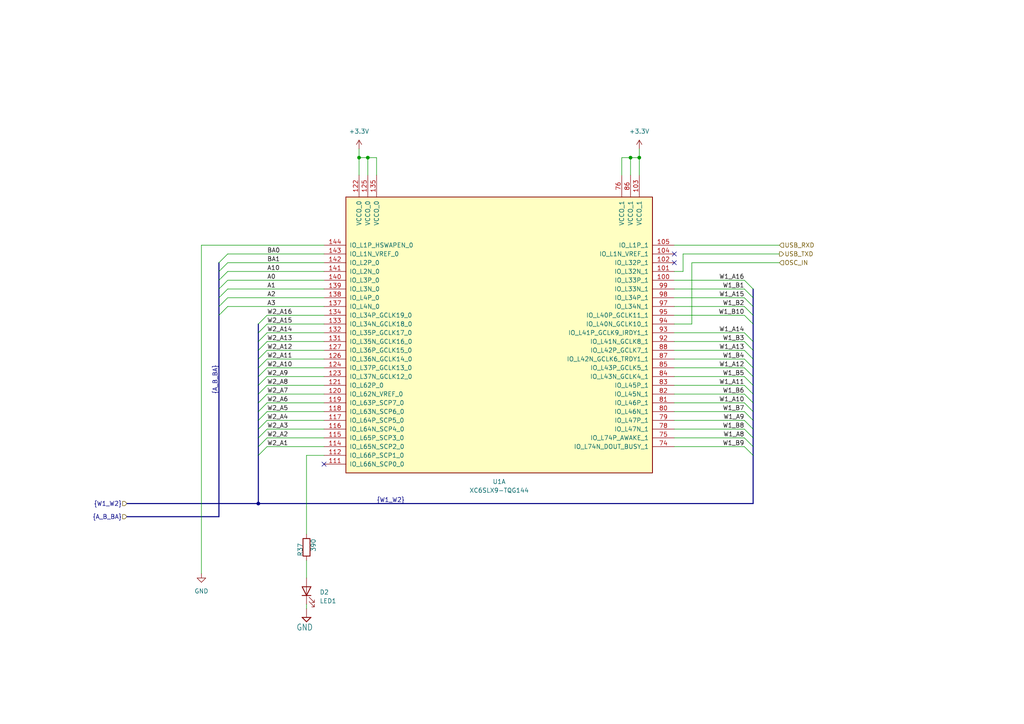
<source format=kicad_sch>
(kicad_sch (version 20230121) (generator eeschema)
  (paper "A4")
  (lib_symbols
    (symbol "BPC3010_Papilio_Pro-eagle-import:supply2_GND" (power)
      (property "Value" "supply2_GND" (at -1.905 -3.175 0))
      (symbol "supply2_GND_1_0"
        (polyline (pts (xy -1.27 0) (xy 1.27 0)) (stroke (width 0.254)))
        (polyline (pts (xy 0 -1.27) (xy -1.27 0)) (stroke (width 0.254)))
        (polyline (pts (xy 1.27 0) (xy 0 -1.27)) (stroke (width 0.254)))
        (pin power_in line (at 0 2.54 270) (length 2.54) (name "GND") (number "1"))
      )
    )
    (symbol "Device:LED" (pin_numbers hide) (pin_names (offset 1.016) hide)
      (property "Reference" "D" (at 0 2.54 0))
      (property "Value" "LED" (at 0 -2.54 0))
      (symbol "LED_0_1"
        (polyline (pts (xy -1.27 -1.27) (xy -1.27 1.27)) (stroke (width 0.254)))
        (polyline (pts (xy -1.27 0) (xy 1.27 0)))
        (polyline (pts (xy 1.27 -1.27) (xy 1.27 1.27) (xy -1.27 0) (xy 1.27 -1.27)) (stroke (width 0.254)))
        (polyline (pts (xy -3.048 -0.762) (xy -4.572 -2.286) (xy -3.81 -2.286) (xy -4.572 -2.286) (xy -4.572 -1.524)))
        (polyline (pts (xy -1.778 -0.762) (xy -3.302 -2.286) (xy -2.54 -2.286) (xy -3.302 -2.286) (xy -3.302 -1.524)))
      )
      (symbol "LED_1_1"
        (pin passive line (at -3.81 0 0) (length 2.54) (name "K") (number "1"))
        (pin passive line (at 3.81 0 180) (length 2.54) (name "A") (number "2"))
      )
    )
    (symbol "Device:R" (pin_numbers hide) (pin_names (offset 0))
      (property "Reference" "R" (at 2.032 0 90))
      (property "Value" "R" (at 0 0 90))
      (symbol "R_0_1"
        (rectangle (start -1.016 -2.54) (end 1.016 2.54) (stroke (width 0.254)))
      )
      (symbol "R_1_1"
        (pin passive line (at 0 3.81 270) (length 1.27) (name "~") (number "1"))
        (pin passive line (at 0 -3.81 90) (length 1.27) (name "~") (number "2"))
      )
    )
    (symbol "FPGA_Xilinx_Spartan6:XC6SLX4-TQG144" (pin_names (offset 1.016))
      (property "Reference" "U" (at 0 1.27 0))
      (property "Value" "XC6SLX4-TQG144" (at 0 -1.27 0))
      (symbol "XC6SLX4-TQG144_1_1"
        (rectangle (start -44.45 36.83) (end 44.45 -43.18) (stroke (width 0.254)) (fill (type background)))
        (pin bidirectional line (at 50.8 12.7 180) (length 6.35) (name "IO_L33P_1") (number "100"))
        (pin bidirectional line (at 50.8 15.24 180) (length 6.35) (name "IO_L32N_1") (number "101"))
        (pin bidirectional line (at 50.8 17.78 180) (length 6.35) (name "IO_L32P_1") (number "102"))
        (pin power_in line (at 40.64 43.18 270) (length 6.35) (name "VCCO_1") (number "103"))
        (pin bidirectional line (at 50.8 20.32 180) (length 6.35) (name "IO_L1N_VREF_1") (number "104"))
        (pin bidirectional line (at 50.8 22.86 180) (length 6.35) (name "IO_L1P_1") (number "105"))
        (pin bidirectional line (at -50.8 -40.64 0) (length 6.35) (name "IO_L66N_SCP0_0") (number "111"))
        (pin bidirectional line (at -50.8 -38.1 0) (length 6.35) (name "IO_L66P_SCP1_0") (number "112"))
        (pin bidirectional line (at -50.8 -35.56 0) (length 6.35) (name "IO_L65N_SCP2_0") (number "114"))
        (pin bidirectional line (at -50.8 -33.02 0) (length 6.35) (name "IO_L65P_SCP3_0") (number "115"))
        (pin bidirectional line (at -50.8 -30.48 0) (length 6.35) (name "IO_L64N_SCP4_0") (number "116"))
        (pin bidirectional line (at -50.8 -27.94 0) (length 6.35) (name "IO_L64P_SCP5_0") (number "117"))
        (pin bidirectional line (at -50.8 -25.4 0) (length 6.35) (name "IO_L63N_SCP6_0") (number "118"))
        (pin bidirectional line (at -50.8 -22.86 0) (length 6.35) (name "IO_L63P_SCP7_0") (number "119"))
        (pin bidirectional line (at -50.8 -20.32 0) (length 6.35) (name "IO_L62N_VREF_0") (number "120"))
        (pin bidirectional line (at -50.8 -17.78 0) (length 6.35) (name "IO_L62P_0") (number "121"))
        (pin power_in line (at -40.64 43.18 270) (length 6.35) (name "VCCO_0") (number "122"))
        (pin bidirectional line (at -50.8 -15.24 0) (length 6.35) (name "IO_L37N_GCLK12_0") (number "123"))
        (pin bidirectional line (at -50.8 -12.7 0) (length 6.35) (name "IO_L37P_GCLK13_0") (number "124"))
        (pin power_in line (at -38.1 43.18 270) (length 6.35) (name "VCCO_0") (number "125"))
        (pin bidirectional line (at -50.8 -10.16 0) (length 6.35) (name "IO_L36N_GCLK14_0") (number "126"))
        (pin bidirectional line (at -50.8 -7.62 0) (length 6.35) (name "IO_L36P_GCLK15_0") (number "127"))
        (pin bidirectional line (at -50.8 -5.08 0) (length 6.35) (name "IO_L35N_GCLK16_0") (number "131"))
        (pin bidirectional line (at -50.8 -2.54 0) (length 6.35) (name "IO_L35P_GCLK17_0") (number "132"))
        (pin bidirectional line (at -50.8 0 0) (length 6.35) (name "IO_L34N_GCLK18_0") (number "133"))
        (pin bidirectional line (at -50.8 2.54 0) (length 6.35) (name "IO_L34P_GCLK19_0") (number "134"))
        (pin power_in line (at -35.56 43.18 270) (length 6.35) (name "VCCO_0") (number "135"))
        (pin bidirectional line (at -50.8 5.08 0) (length 6.35) (name "IO_L4N_0") (number "137"))
        (pin bidirectional line (at -50.8 7.62 0) (length 6.35) (name "IO_L4P_0") (number "138"))
        (pin bidirectional line (at -50.8 10.16 0) (length 6.35) (name "IO_L3N_0") (number "139"))
        (pin bidirectional line (at -50.8 12.7 0) (length 6.35) (name "IO_L3P_0") (number "140"))
        (pin bidirectional line (at -50.8 15.24 0) (length 6.35) (name "IO_L2N_0") (number "141"))
        (pin bidirectional line (at -50.8 17.78 0) (length 6.35) (name "IO_L2P_0") (number "142"))
        (pin bidirectional line (at -50.8 20.32 0) (length 6.35) (name "IO_L1N_VREF_0") (number "143"))
        (pin bidirectional line (at -50.8 22.86 0) (length 6.35) (name "IO_L1P_HSWAPEN_0") (number "144"))
        (pin bidirectional line (at 50.8 -35.56 180) (length 6.35) (name "IO_L74N_DOUT_BUSY_1") (number "74"))
        (pin bidirectional line (at 50.8 -33.02 180) (length 6.35) (name "IO_L74P_AWAKE_1") (number "75"))
        (pin power_in line (at 35.56 43.18 270) (length 6.35) (name "VCCO_1") (number "76"))
        (pin bidirectional line (at 50.8 -30.48 180) (length 6.35) (name "IO_L47N_1") (number "78"))
        (pin bidirectional line (at 50.8 -27.94 180) (length 6.35) (name "IO_L47P_1") (number "79"))
        (pin bidirectional line (at 50.8 -25.4 180) (length 6.35) (name "IO_L46N_1") (number "80"))
        (pin bidirectional line (at 50.8 -22.86 180) (length 6.35) (name "IO_L46P_1") (number "81"))
        (pin bidirectional line (at 50.8 -20.32 180) (length 6.35) (name "IO_L45N_1") (number "82"))
        (pin bidirectional line (at 50.8 -17.78 180) (length 6.35) (name "IO_L45P_1") (number "83"))
        (pin bidirectional line (at 50.8 -15.24 180) (length 6.35) (name "IO_L43N_GCLK4_1") (number "84"))
        (pin bidirectional line (at 50.8 -12.7 180) (length 6.35) (name "IO_L43P_GCLK5_1") (number "85"))
        (pin power_in line (at 38.1 43.18 270) (length 6.35) (name "VCCO_1") (number "86"))
        (pin bidirectional line (at 50.8 -10.16 180) (length 6.35) (name "IO_L42N_GCLK6_TRDY1_1") (number "87"))
        (pin bidirectional line (at 50.8 -7.62 180) (length 6.35) (name "IO_L42P_GCLK7_1") (number "88"))
        (pin bidirectional line (at 50.8 -5.08 180) (length 6.35) (name "IO_L41N_GCLK8_1") (number "92"))
        (pin bidirectional line (at 50.8 -2.54 180) (length 6.35) (name "IO_L41P_GCLK9_IRDY1_1") (number "93"))
        (pin bidirectional line (at 50.8 0 180) (length 6.35) (name "IO_L40N_GCLK10_1") (number "94"))
        (pin bidirectional line (at 50.8 2.54 180) (length 6.35) (name "IO_L40P_GCLK11_1") (number "95"))
        (pin bidirectional line (at 50.8 5.08 180) (length 6.35) (name "IO_L34N_1") (number "97"))
        (pin bidirectional line (at 50.8 7.62 180) (length 6.35) (name "IO_L34P_1") (number "98"))
        (pin bidirectional line (at 50.8 10.16 180) (length 6.35) (name "IO_L33N_1") (number "99"))
      )
      (symbol "XC6SLX4-TQG144_2_1"
        (rectangle (start -44.45 36.83) (end 44.45 -43.18) (stroke (width 0.254)) (fill (type background)))
        (pin bidirectional line (at 50.8 -40.64 180) (length 6.35) (name "IO_L83N_VREF_3") (number "1"))
        (pin bidirectional line (at 50.8 -22.86 180) (length 6.35) (name "IO_L50P_3") (number "10"))
        (pin bidirectional line (at 50.8 -20.32 180) (length 6.35) (name "IO_L49N_3") (number "11"))
        (pin bidirectional line (at 50.8 -17.78 180) (length 6.35) (name "IO_L49P_3") (number "12"))
        (pin bidirectional line (at 50.8 -15.24 180) (length 6.35) (name "IO_L44N_GCLK20_3") (number "14"))
        (pin bidirectional line (at 50.8 -12.7 180) (length 6.35) (name "IO_L44P_GCLK21_3") (number "15"))
        (pin bidirectional line (at 50.8 -10.16 180) (length 6.35) (name "IO_L43N_GCLK22_IRDY2_3") (number "16"))
        (pin bidirectional line (at 50.8 -7.62 180) (length 6.35) (name "IO_L43P_GCLK23_3") (number "17"))
        (pin power_in line (at 38.1 43.18 270) (length 6.35) (name "VCCO_3") (number "18"))
        (pin bidirectional line (at 50.8 -38.1 180) (length 6.35) (name "IO_L83P_3") (number "2"))
        (pin bidirectional line (at 50.8 -5.08 180) (length 6.35) (name "IO_L42N_GCLK24_3") (number "21"))
        (pin bidirectional line (at 50.8 -2.54 180) (length 6.35) (name "IO_L42P_GCLK25_TRDY2_3") (number "22"))
        (pin bidirectional line (at 50.8 0 180) (length 6.35) (name "IO_L41N_GCLK26_3") (number "23"))
        (pin bidirectional line (at 50.8 2.54 180) (length 6.35) (name "IO_L41P_GCLK27_3") (number "24"))
        (pin bidirectional line (at 50.8 5.08 180) (length 6.35) (name "IO_L37N_3") (number "26"))
        (pin bidirectional line (at 50.8 7.62 180) (length 6.35) (name "IO_L37P_3") (number "27"))
        (pin bidirectional line (at 50.8 10.16 180) (length 6.35) (name "IO_L36N_3") (number "29"))
        (pin bidirectional line (at 50.8 12.7 180) (length 6.35) (name "IO_L36P_3") (number "30"))
        (pin power_in line (at 40.64 43.18 270) (length 6.35) (name "VCCO_3") (number "31"))
        (pin bidirectional line (at 50.8 15.24 180) (length 6.35) (name "IO_L2N_3") (number "32"))
        (pin bidirectional line (at 50.8 17.78 180) (length 6.35) (name "IO_L2P_3") (number "33"))
        (pin bidirectional line (at 50.8 20.32 180) (length 6.35) (name "IO_L1N_VREF_3") (number "34"))
        (pin bidirectional line (at 50.8 22.86 180) (length 6.35) (name "IO_L1P_3") (number "35"))
        (pin bidirectional line (at -50.8 -40.64 0) (length 6.35) (name "IO_L65N_CSO_B_2") (number "38"))
        (pin bidirectional line (at -50.8 -38.1 0) (length 6.35) (name "IO_L65P_INIT_B_2") (number "39"))
        (pin power_in line (at 35.56 43.18 270) (length 6.35) (name "VCCO_3") (number "4"))
        (pin bidirectional line (at -50.8 -35.56 0) (length 6.35) (name "IO_L64N_D9_2") (number "40"))
        (pin bidirectional line (at -50.8 -33.02 0) (length 6.35) (name "IO_L64P_D8_2") (number "41"))
        (pin power_in line (at -40.64 43.18 270) (length 6.35) (name "VCCO_2") (number "42"))
        (pin bidirectional line (at -50.8 -30.48 0) (length 6.35) (name "IO_L62N_D6_2") (number "43"))
        (pin bidirectional line (at -50.8 -27.94 0) (length 6.35) (name "IO_L62P_D5_2") (number "44"))
        (pin bidirectional line (at -50.8 -25.4 0) (length 6.35) (name "IO_L49N_D4_2") (number "45"))
        (pin bidirectional line (at -50.8 -22.86 0) (length 6.35) (name "IO_L49P_D3_2") (number "46"))
        (pin bidirectional line (at -50.8 -20.32 0) (length 6.35) (name "IO_L48N_RDWR_B_VREF_2") (number "47"))
        (pin bidirectional line (at -50.8 -17.78 0) (length 6.35) (name "IO_L48P_D7_2") (number "48"))
        (pin bidirectional line (at 50.8 -35.56 180) (length 6.35) (name "IO_L52N_3") (number "5"))
        (pin bidirectional line (at -50.8 -15.24 0) (length 6.35) (name "IO_L31N_GCLK30_D15_2") (number "50"))
        (pin bidirectional line (at -50.8 -12.7 0) (length 6.35) (name "IO_L31P_GCLK31_D14_2") (number "51"))
        (pin bidirectional line (at -50.8 -10.16 0) (length 6.35) (name "IO_L30N_GCLK0_USERCCLK_2") (number "55"))
        (pin bidirectional line (at -50.8 -7.62 0) (length 6.35) (name "IO_L30P_GCLK1_D13_2") (number "56"))
        (pin bidirectional line (at -50.8 -5.08 0) (length 6.35) (name "IO_L14N_D12_2") (number "57"))
        (pin bidirectional line (at -50.8 -2.54 0) (length 6.35) (name "IO_L14P_D11_2") (number "58"))
        (pin bidirectional line (at -50.8 0 0) (length 6.35) (name "IO_L13N_D10_2") (number "59"))
        (pin bidirectional line (at 50.8 -33.02 180) (length 6.35) (name "IO_L52P_3") (number "6"))
        (pin bidirectional line (at -50.8 2.54 0) (length 6.35) (name "IO_L13P_M1_2") (number "60"))
        (pin bidirectional line (at -50.8 5.08 0) (length 6.35) (name "IO_L12N_D2_MISO3_2") (number "61"))
        (pin bidirectional line (at -50.8 7.62 0) (length 6.35) (name "IO_L12P_D1_MISO2_2") (number "62"))
        (pin power_in line (at -38.1 43.18 270) (length 6.35) (name "VCCO_2") (number "63"))
        (pin bidirectional line (at -50.8 10.16 0) (length 6.35) (name "IO_L3N_MOSI_CSI_B_MISO0_2") (number "64"))
        (pin bidirectional line (at -50.8 12.7 0) (length 6.35) (name "IO_L3P_D0_DIN_MISO_MISO1_2") (number "65"))
        (pin bidirectional line (at -50.8 15.24 0) (length 6.35) (name "IO_L2N_CMPMOSI_2") (number "66"))
        (pin bidirectional line (at -50.8 17.78 0) (length 6.35) (name "IO_L2P_CMPCLK_2") (number "67"))
        (pin bidirectional line (at -50.8 20.32 0) (length 6.35) (name "IO_L1N_M0_CMPMISO_2") (number "69"))
        (pin bidirectional line (at 50.8 -30.48 180) (length 6.35) (name "IO_L51N_3") (number "7"))
        (pin bidirectional line (at -50.8 22.86 0) (length 6.35) (name "IO_L1P_CCLK_2") (number "70"))
        (pin bidirectional line (at 50.8 -27.94 180) (length 6.35) (name "IO_L51P_3") (number "8"))
        (pin bidirectional line (at 50.8 -25.4 180) (length 6.35) (name "IO_L50N_3") (number "9"))
      )
      (symbol "XC6SLX4-TQG144_3_1"
        (rectangle (start -31.75 15.24) (end 31.75 -15.24) (stroke (width 0.254)) (fill (type background)))
        (pin bidirectional line (at 38.1 10.16 180) (length 6.35) (name "TDO") (number "106"))
        (pin bidirectional line (at 38.1 7.62 180) (length 6.35) (name "TMS") (number "107"))
        (pin bidirectional line (at 38.1 5.08 180) (length 6.35) (name "TCK") (number "109"))
        (pin bidirectional line (at 38.1 12.7 180) (length 6.35) (name "TDI") (number "110"))
        (pin bidirectional line (at 38.1 -2.54 180) (length 6.35) (name "PROGRAM_B_2") (number "37"))
        (pin bidirectional line (at 38.1 0 180) (length 6.35) (name "DONE_2") (number "71"))
        (pin bidirectional line (at 38.1 -12.7 180) (length 6.35) (name "CMPCS_B_2") (number "72"))
        (pin bidirectional line (at 38.1 -7.62 180) (length 6.35) (name "SUSPEND") (number "73"))
      )
      (symbol "XC6SLX4-TQG144_4_1"
        (rectangle (start -19.05 17.78) (end 19.05 -17.78) (stroke (width 0.254)) (fill (type background)))
        (pin power_in line (at 25.4 -7.62 180) (length 6.35) (name "GND") (number "108"))
        (pin power_in line (at 25.4 -10.16 180) (length 6.35) (name "GND") (number "113"))
        (pin power_in line (at 25.4 5.08 180) (length 6.35) (name "VCCINT") (number "128"))
        (pin power_in line (at -25.4 5.08 0) (length 6.35) (name "VCCAUX") (number "129"))
        (pin power_in line (at -25.4 -2.54 0) (length 6.35) (name "GND") (number "13"))
        (pin power_in line (at 25.4 -12.7 180) (length 6.35) (name "GND") (number "130"))
        (pin power_in line (at 25.4 -15.24 180) (length 6.35) (name "GND") (number "136"))
        (pin power_in line (at 25.4 15.24 180) (length 6.35) (name "VCCINT") (number "19"))
        (pin power_in line (at -25.4 15.24 0) (length 6.35) (name "VCCAUX") (number "20"))
        (pin power_in line (at -25.4 -5.08 0) (length 6.35) (name "GND") (number "25"))
        (pin power_in line (at 25.4 12.7 180) (length 6.35) (name "VCCINT") (number "28"))
        (pin power_in line (at -25.4 0 0) (length 6.35) (name "GND") (number "3"))
        (pin power_in line (at -25.4 12.7 0) (length 6.35) (name "VCCAUX") (number "36"))
        (pin power_in line (at -25.4 -7.62 0) (length 6.35) (name "GND") (number "49"))
        (pin power_in line (at 25.4 10.16 180) (length 6.35) (name "VCCINT") (number "52"))
        (pin power_in line (at -25.4 10.16 0) (length 6.35) (name "VCCAUX") (number "53"))
        (pin power_in line (at -25.4 -10.16 0) (length 6.35) (name "GND") (number "54"))
        (pin power_in line (at -25.4 -12.7 0) (length 6.35) (name "GND") (number "68"))
        (pin power_in line (at -25.4 -15.24 0) (length 6.35) (name "GND") (number "77"))
        (pin power_in line (at 25.4 7.62 180) (length 6.35) (name "VCCINT") (number "89"))
        (pin power_in line (at -25.4 7.62 0) (length 6.35) (name "VCCAUX") (number "90"))
        (pin power_in line (at 25.4 -2.54 180) (length 6.35) (name "GND") (number "91"))
        (pin power_in line (at 25.4 -5.08 180) (length 6.35) (name "GND") (number "96"))
      )
    )
    (symbol "power:+3.3V" (power) (pin_names (offset 0))
      (property "Value" "+3.3V" (at 0 3.556 0))
      (symbol "+3.3V_0_1"
        (polyline (pts (xy -0.762 1.27) (xy 0 2.54)))
        (polyline (pts (xy 0 0) (xy 0 2.54)))
        (polyline (pts (xy 0 2.54) (xy 0.762 1.27)))
      )
      (symbol "+3.3V_1_1"
        (pin power_in line (at 0 0 90) (length 0) hide (name "+3.3V") (number "1"))
      )
    )
    (symbol "power:GND" (power) (pin_names (offset 0))
      (property "Value" "GND" (at 0 -3.81 0))
      (symbol "GND_0_1"
        (polyline (pts (xy 0 0) (xy 0 -1.27) (xy 1.27 -1.27) (xy 0 -2.54) (xy -1.27 -1.27) (xy 0 -1.27)))
      )
      (symbol "GND_1_1"
        (pin power_in line (at 0 0 270) (length 0) hide (name "GND") (number "1"))
      )
    )
  )
  (junction (at 104.14 45.72))
  (junction (at 182.88 45.72))
  (junction (at 185.42 45.72))
  (junction (at 106.68 45.72))
  (junction (at 74.93 146.05))
  (no_connect (at 195.58 73.66))
  (no_connect (at 195.58 76.2))
  (no_connect (at 93.98 134.62))
  (bus_entry (at 63.5 83.82) (size 2.54 -2.54))
  (bus_entry (at 215.9 121.92) (size 2.54 2.54))
  (bus_entry (at 74.93 124.46) (size 2.54 -2.54))
  (bus_entry (at 215.9 104.14) (size 2.54 2.54))
  (bus_entry (at 215.9 96.52) (size 2.54 2.54))
  (bus_entry (at 63.5 88.9) (size 2.54 -2.54))
  (bus_entry (at 215.9 106.68) (size 2.54 2.54))
  (bus_entry (at 215.9 114.3) (size 2.54 2.54))
  (bus_entry (at 215.9 109.22) (size 2.54 2.54))
  (bus_entry (at 215.9 124.46) (size 2.54 2.54))
  (bus_entry (at 74.93 119.38) (size 2.54 -2.54))
  (bus_entry (at 63.5 78.74) (size 2.54 -2.54))
  (bus_entry (at 215.9 119.38) (size 2.54 2.54))
  (bus_entry (at 63.5 76.2) (size 2.54 -2.54))
  (bus_entry (at 74.93 116.84) (size 2.54 -2.54))
  (bus_entry (at 215.9 99.06) (size 2.54 2.54))
  (bus_entry (at 74.93 121.92) (size 2.54 -2.54))
  (bus_entry (at 74.93 129.54) (size 2.54 -2.54))
  (bus_entry (at 74.93 132.08) (size 2.54 -2.54))
  (bus_entry (at 74.93 99.06) (size 2.54 -2.54))
  (bus_entry (at 74.93 111.76) (size 2.54 -2.54))
  (bus_entry (at 63.5 86.36) (size 2.54 -2.54))
  (bus_entry (at 74.93 106.68) (size 2.54 -2.54))
  (bus_entry (at 215.9 81.28) (size 2.54 2.54))
  (bus_entry (at 74.93 101.6) (size 2.54 -2.54))
  (bus_entry (at 215.9 88.9) (size 2.54 2.54))
  (bus_entry (at 74.93 96.52) (size 2.54 -2.54))
  (bus_entry (at 74.93 127) (size 2.54 -2.54))
  (bus_entry (at 74.93 109.22) (size 2.54 -2.54))
  (bus_entry (at 215.9 127) (size 2.54 2.54))
  (bus_entry (at 215.9 86.36) (size 2.54 2.54))
  (bus_entry (at 215.9 91.44) (size 2.54 2.54))
  (bus_entry (at 77.47 91.44) (size -2.54 2.54))
  (bus_entry (at 63.5 91.44) (size 2.54 -2.54))
  (bus_entry (at 215.9 101.6) (size 2.54 2.54))
  (bus_entry (at 215.9 129.54) (size 2.54 2.54))
  (bus_entry (at 74.93 114.3) (size 2.54 -2.54))
  (bus_entry (at 215.9 116.84) (size 2.54 2.54))
  (bus_entry (at 74.93 104.14) (size 2.54 -2.54))
  (bus_entry (at 215.9 83.82) (size 2.54 2.54))
  (bus_entry (at 63.5 81.28) (size 2.54 -2.54))
  (bus_entry (at 215.9 111.76) (size 2.54 2.54))
  (wire (pts (xy 77.47 96.52) (xy 93.98 96.52)))
  (bus (pts (xy 218.44 101.6) (xy 218.44 104.14)))
  (wire (pts (xy 195.58 93.98) (xy 200.66 93.98)))
  (bus (pts (xy 74.93 111.76) (xy 74.93 114.3)))
  (wire (pts (xy 195.58 104.14) (xy 215.9 104.14)))
  (wire (pts (xy 226.06 73.66) (xy 198.12 73.66)))
  (wire (pts (xy 77.47 111.76) (xy 93.98 111.76)))
  (wire (pts (xy 77.47 127) (xy 93.98 127)))
  (wire (pts (xy 195.58 106.68) (xy 215.9 106.68)))
  (bus (pts (xy 74.93 99.06) (xy 74.93 101.6)))
  (bus (pts (xy 218.44 106.68) (xy 218.44 109.22)))
  (wire (pts (xy 195.58 109.22) (xy 215.9 109.22)))
  (wire (pts (xy 185.42 45.72) (xy 185.42 50.8)))
  (bus (pts (xy 74.93 101.6) (xy 74.93 104.14)))
  (wire (pts (xy 195.58 127) (xy 215.9 127)))
  (wire (pts (xy 88.9 162.56) (xy 88.9 167.64)))
  (bus (pts (xy 218.44 83.82) (xy 218.44 86.36)))
  (wire (pts (xy 195.58 114.3) (xy 215.9 114.3)))
  (bus (pts (xy 218.44 86.36) (xy 218.44 88.9)))
  (wire (pts (xy 66.04 81.28) (xy 93.98 81.28)))
  (wire (pts (xy 66.04 88.9) (xy 93.98 88.9)))
  (wire (pts (xy 180.34 45.72) (xy 182.88 45.72)))
  (wire (pts (xy 195.58 111.76) (xy 215.9 111.76)))
  (wire (pts (xy 77.47 91.44) (xy 93.98 91.44)))
  (wire (pts (xy 200.66 93.98) (xy 200.66 76.2)))
  (wire (pts (xy 77.47 101.6) (xy 93.98 101.6)))
  (bus (pts (xy 218.44 119.38) (xy 218.44 121.92)))
  (bus (pts (xy 218.44 99.06) (xy 218.44 101.6)))
  (wire (pts (xy 195.58 116.84) (xy 215.9 116.84)))
  (bus (pts (xy 74.93 114.3) (xy 74.93 116.84)))
  (wire (pts (xy 195.58 96.52) (xy 215.9 96.52)))
  (bus (pts (xy 218.44 88.9) (xy 218.44 91.44)))
  (wire (pts (xy 195.58 121.92) (xy 215.9 121.92)))
  (bus (pts (xy 218.44 146.05) (xy 74.93 146.05)))
  (bus (pts (xy 218.44 93.98) (xy 218.44 99.06)))
  (wire (pts (xy 195.58 83.82) (xy 215.9 83.82)))
  (wire (pts (xy 106.68 45.72) (xy 104.14 45.72)))
  (bus (pts (xy 74.93 127) (xy 74.93 129.54)))
  (wire (pts (xy 77.47 121.92) (xy 93.98 121.92)))
  (bus (pts (xy 74.93 129.54) (xy 74.93 132.08)))
  (wire (pts (xy 106.68 45.72) (xy 106.68 50.8)))
  (wire (pts (xy 198.12 78.74) (xy 195.58 78.74)))
  (wire (pts (xy 180.34 50.8) (xy 180.34 45.72)))
  (bus (pts (xy 218.44 116.84) (xy 218.44 119.38)))
  (bus (pts (xy 218.44 127) (xy 218.44 129.54)))
  (wire (pts (xy 66.04 86.36) (xy 93.98 86.36)))
  (bus (pts (xy 74.93 116.84) (xy 74.93 119.38)))
  (wire (pts (xy 88.9 132.08) (xy 88.9 154.94)))
  (wire (pts (xy 77.47 99.06) (xy 93.98 99.06)))
  (wire (pts (xy 77.47 93.98) (xy 93.98 93.98)))
  (bus (pts (xy 74.93 119.38) (xy 74.93 121.92)))
  (bus (pts (xy 218.44 104.14) (xy 218.44 106.68)))
  (wire (pts (xy 93.98 132.08) (xy 88.9 132.08)))
  (wire (pts (xy 77.47 104.14) (xy 93.98 104.14)))
  (wire (pts (xy 58.42 71.12) (xy 58.42 166.37)))
  (wire (pts (xy 195.58 101.6) (xy 215.9 101.6)))
  (wire (pts (xy 195.58 81.28) (xy 215.9 81.28)))
  (bus (pts (xy 36.83 149.86) (xy 63.5 149.86)))
  (wire (pts (xy 198.12 73.66) (xy 198.12 78.74)))
  (bus (pts (xy 63.5 76.2) (xy 63.5 78.74)))
  (wire (pts (xy 104.14 45.72) (xy 104.14 50.8)))
  (wire (pts (xy 200.66 76.2) (xy 226.06 76.2)))
  (wire (pts (xy 66.04 83.82) (xy 93.98 83.82)))
  (wire (pts (xy 88.9 175.26) (xy 88.9 176.53)))
  (wire (pts (xy 109.22 50.8) (xy 109.22 45.72)))
  (wire (pts (xy 77.47 106.68) (xy 93.98 106.68)))
  (wire (pts (xy 77.47 116.84) (xy 93.98 116.84)))
  (wire (pts (xy 77.47 124.46) (xy 93.98 124.46)))
  (bus (pts (xy 63.5 83.82) (xy 63.5 86.36)))
  (wire (pts (xy 104.14 45.72) (xy 104.14 43.18)))
  (wire (pts (xy 66.04 78.74) (xy 93.98 78.74)))
  (bus (pts (xy 74.93 132.08) (xy 74.93 146.05)))
  (wire (pts (xy 77.47 114.3) (xy 93.98 114.3)))
  (bus (pts (xy 218.44 132.08) (xy 218.44 146.05)))
  (wire (pts (xy 77.47 129.54) (xy 93.98 129.54)))
  (bus (pts (xy 74.93 96.52) (xy 74.93 99.06)))
  (wire (pts (xy 182.88 45.72) (xy 185.42 45.72)))
  (wire (pts (xy 182.88 45.72) (xy 182.88 50.8)))
  (wire (pts (xy 66.04 76.2) (xy 93.98 76.2)))
  (bus (pts (xy 63.5 81.28) (xy 63.5 83.82)))
  (wire (pts (xy 77.47 119.38) (xy 93.98 119.38)))
  (bus (pts (xy 63.5 88.9) (xy 63.5 91.44)))
  (bus (pts (xy 74.93 104.14) (xy 74.93 106.68)))
  (bus (pts (xy 218.44 91.44) (xy 218.44 93.98)))
  (wire (pts (xy 195.58 88.9) (xy 215.9 88.9)))
  (bus (pts (xy 218.44 129.54) (xy 218.44 132.08)))
  (wire (pts (xy 185.42 43.18) (xy 185.42 45.72)))
  (bus (pts (xy 74.93 109.22) (xy 74.93 111.76)))
  (wire (pts (xy 195.58 86.36) (xy 215.9 86.36)))
  (wire (pts (xy 195.58 129.54) (xy 215.9 129.54)))
  (bus (pts (xy 218.44 124.46) (xy 218.44 127)))
  (bus (pts (xy 36.83 146.05) (xy 74.93 146.05)))
  (wire (pts (xy 66.04 73.66) (xy 93.98 73.66)))
  (bus (pts (xy 63.5 78.74) (xy 63.5 81.28)))
  (bus (pts (xy 74.93 93.98) (xy 74.93 96.52)))
  (bus (pts (xy 218.44 114.3) (xy 218.44 116.84)))
  (bus (pts (xy 63.5 86.36) (xy 63.5 88.9)))
  (bus (pts (xy 74.93 124.46) (xy 74.93 127)))
  (wire (pts (xy 195.58 99.06) (xy 215.9 99.06)))
  (wire (pts (xy 195.58 119.38) (xy 215.9 119.38)))
  (wire (pts (xy 77.47 109.22) (xy 93.98 109.22)))
  (bus (pts (xy 218.44 121.92) (xy 218.44 124.46)))
  (bus (pts (xy 74.93 106.68) (xy 74.93 109.22)))
  (wire (pts (xy 195.58 91.44) (xy 215.9 91.44)))
  (bus (pts (xy 74.93 121.92) (xy 74.93 124.46)))
  (wire (pts (xy 195.58 71.12) (xy 226.06 71.12)))
  (bus (pts (xy 63.5 91.44) (xy 63.5 149.86)))
  (bus (pts (xy 218.44 111.76) (xy 218.44 114.3)))
  (wire (pts (xy 195.58 124.46) (xy 215.9 124.46)))
  (wire (pts (xy 93.98 71.12) (xy 58.42 71.12)))
  (wire (pts (xy 109.22 45.72) (xy 106.68 45.72)))
  (bus (pts (xy 218.44 109.22) (xy 218.44 111.76)))
  (label "W1_A11" (at 215.9 111.76 180))
  (label "W2_A5" (at 77.47 119.38 0))
  (label "W2_A1" (at 77.47 129.54 0))
  (label "W2_A10" (at 77.47 106.68 0))
  (label "A3" (at 77.47 88.9 0))
  (label "W2_A8" (at 77.47 111.76 0))
  (label "W1_B8" (at 215.9 124.46 180))
  (label "BA0" (at 77.47 73.66 0))
  (label "W1_A8" (at 215.9 127 180))
  (label "W1_B9" (at 215.9 129.54 180))
  (label "W1_B2" (at 215.9 88.9 180))
  (label "W1_B5" (at 215.9 109.22 180))
  (label "A1" (at 77.47 83.82 0))
  (label "A2" (at 77.47 86.36 0))
  (label "W2_A14" (at 77.47 96.52 0))
  (label "W1_B4" (at 215.9 104.14 180))
  (label "W2_A12" (at 77.47 101.6 0))
  (label "W2_A13" (at 77.47 99.06 0))
  (label "W2_A15" (at 77.47 93.98 0))
  (label "A10" (at 77.47 78.74 0))
  (label "{W1_W2}" (at 109.22 146.05 0))
  (label "W1_B6" (at 215.9 114.3 180))
  (label "W1_A10" (at 215.9 116.84 180))
  (label "W2_A6" (at 77.47 116.84 0))
  (label "W2_A9" (at 77.47 109.22 0))
  (label "W2_A11" (at 77.47 104.14 0))
  (label "{A_B_BA}" (at 63.5 114.3 90))
  (label "W2_A7" (at 77.47 114.3 0))
  (label "W2_A4" (at 77.47 121.92 0))
  (label "W1_A13" (at 215.9 101.6 180))
  (label "W1_A9" (at 215.9 121.92 180))
  (label "W1_A12" (at 215.9 106.68 180))
  (label "W1_B7" (at 215.9 119.38 180))
  (label "W1_B1" (at 215.9 83.82 180))
  (label "W1_B10" (at 215.9 91.44 180))
  (label "W2_A2" (at 77.47 127 0))
  (label "W1_A14" (at 215.9 96.52 180))
  (label "A0" (at 77.47 81.28 0))
  (label "BA1" (at 77.47 76.2 0))
  (label "W1_A16" (at 215.9 81.28 180))
  (label "W1_A15" (at 215.9 86.36 180))
  (label "W2_A3" (at 77.47 124.46 0))
  (label "W2_A16" (at 77.47 91.44 0))
  (label "W1_B3" (at 215.9 99.06 180))
  (hierarchical_label "{W1_W2}" (shape input) (at 36.83 146.05 180))
  (hierarchical_label "USB_TXD" (shape output) (at 226.06 73.66 0))
  (hierarchical_label "{A_B_BA}" (shape input) (at 36.83 149.86 180))
  (hierarchical_label "OSC_IN" (shape input) (at 226.06 76.2 0))
  (hierarchical_label "USB_RXD" (shape input) (at 226.06 71.12 0))
  (symbol (lib_id "Device:LED") (at 88.9 171.45 90) (unit 1)
    (property "Reference" "D2" (at 92.71 171.7675 90) (effects (justify right)))
    (property "Value" "LED1" (at 92.71 174.3075 90) (effects (justify right)))
    (property "Footprint" "LED_SMD:LED_0603_1608Metric" (effects hide))
  )
  (symbol (lib_id "Device:R") (at 88.9 158.75 180) (unit 1)
    (property "Reference" "R37" (at 86.36 157.48 90) (effects (justify left bottom)))
    (property "Value" "390" (at 90.17 156.21 90) (effects (justify left bottom)))
    (property "Footprint" "Resistor_SMD:R_0402_1005Metric" (effects hide))
    (instances (project "papilio_pro_MKIV" (path "" (reference "R37") (unit 1)) (path "" (reference "R22") (unit 1)) (path "" (reference "R2") (unit 1)) (path "" (reference "R6") (unit 1))))
  )
  (symbol (lib_id "BPC3010_Papilio_Pro-eagle-import:supply2_GND") (at 88.9 179.07 0) (unit 1)
    (property "Reference" "#V06" (effects hide))
    (property "Value" "GND" (at 90.805 180.975 0) (effects (font (size 1.778 1.5113)) (justify right top)))
    (instances (project "papilio_pro_MKIV" (path "" (reference "#V06") (unit 1)) (path "" (reference "#V04") (unit 1)) (path "" (reference "#V04") (unit 1)) (path "" (reference "#V03") (unit 1))))
  )
  (symbol (lib_id "power:GND") (at 58.42 166.37 0) (unit 1)
    (property "Reference" "#PWR020" (effects hide))
    (property "Value" "GND" (at 58.42 171.45 0))
  )
  (symbol (lib_id "FPGA_Xilinx_Spartan6:XC6SLX4-TQG144") (at 144.78 93.98 0) (unit 1)
    (property "Reference" "U1" (at 144.78 139.7 0))
    (property "Value" "XC6SLX9-TQG144" (at 144.78 142.24 0))
    (property "Footprint" "Package_QFP:LQFP-144_20x20mm_P0.5mm" (effects hide))
    (instances (project "papilio_pro_MKIV" (path "" (reference "U1") (unit 1)) (path "" (reference "U3") (unit 1))))
  )
  (symbol (lib_id "power:+3.3V") (at 185.42 43.18 0) (unit 1)
    (property "Reference" "#PWR022" (effects hide))
    (property "Value" "+3.3V" (at 185.42 38.1 0))
  )
  (symbol (lib_id "power:+3.3V") (at 104.14 43.18 0) (unit 1)
    (property "Reference" "#PWR021" (effects hide))
    (property "Value" "+3.3V" (at 104.14 38.1 0))
  )
)
</source>
